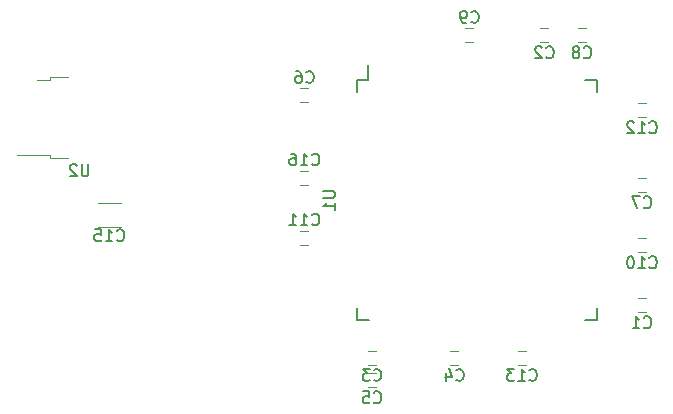
<source format=gbo>
G04 #@! TF.FileFunction,Legend,Bot*
%FSLAX46Y46*%
G04 Gerber Fmt 4.6, Leading zero omitted, Abs format (unit mm)*
G04 Created by KiCad (PCBNEW 4.0.6) date 06/24/17 11:35:38*
%MOMM*%
%LPD*%
G01*
G04 APERTURE LIST*
%ADD10C,0.100000*%
%ADD11C,0.120000*%
%ADD12C,0.150000*%
G04 APERTURE END LIST*
D10*
D11*
X67595000Y20990000D02*
X68295000Y20990000D01*
X68295000Y22190000D02*
X67595000Y22190000D01*
X59340000Y43850000D02*
X60040000Y43850000D01*
X60040000Y45050000D02*
X59340000Y45050000D01*
X44735000Y16545000D02*
X45435000Y16545000D01*
X45435000Y17745000D02*
X44735000Y17745000D01*
X51720000Y16545000D02*
X52420000Y16545000D01*
X52420000Y17745000D02*
X51720000Y17745000D01*
X44735000Y14640000D02*
X45435000Y14640000D01*
X45435000Y15840000D02*
X44735000Y15840000D01*
X39720000Y39970000D02*
X39020000Y39970000D01*
X39020000Y38770000D02*
X39720000Y38770000D01*
X67595000Y31150000D02*
X68295000Y31150000D01*
X68295000Y32350000D02*
X67595000Y32350000D01*
X62515000Y43850000D02*
X63215000Y43850000D01*
X63215000Y45050000D02*
X62515000Y45050000D01*
X53690000Y45050000D02*
X52990000Y45050000D01*
X52990000Y43850000D02*
X53690000Y43850000D01*
X67595000Y26070000D02*
X68295000Y26070000D01*
X68295000Y27270000D02*
X67595000Y27270000D01*
X39720000Y27905000D02*
X39020000Y27905000D01*
X39020000Y26705000D02*
X39720000Y26705000D01*
X67595000Y37500000D02*
X68295000Y37500000D01*
X68295000Y38700000D02*
X67595000Y38700000D01*
X57435000Y16545000D02*
X58135000Y16545000D01*
X58135000Y17745000D02*
X57435000Y17745000D01*
X23860000Y28190000D02*
X21860000Y28190000D01*
X21860000Y30230000D02*
X23860000Y30230000D01*
X39720000Y32985000D02*
X39020000Y32985000D01*
X39020000Y31785000D02*
X39720000Y31785000D01*
X19350000Y34015000D02*
X17850000Y34015000D01*
X17850000Y34015000D02*
X17850000Y34285000D01*
X17850000Y34285000D02*
X15020000Y34285000D01*
X19350000Y40915000D02*
X17850000Y40915000D01*
X17850000Y40915000D02*
X17850000Y40645000D01*
X17850000Y40645000D02*
X16750000Y40645000D01*
D12*
X43800000Y40655000D02*
X44775000Y40655000D01*
X43800000Y20305000D02*
X44850000Y20305000D01*
X64150000Y20305000D02*
X63100000Y20305000D01*
X64150000Y40655000D02*
X63100000Y40655000D01*
X43800000Y40655000D02*
X43800000Y39605000D01*
X64150000Y40655000D02*
X64150000Y39605000D01*
X64150000Y20305000D02*
X64150000Y21355000D01*
X43800000Y20305000D02*
X43800000Y21355000D01*
X44775000Y40655000D02*
X44775000Y41955000D01*
X68111666Y19732857D02*
X68159285Y19685238D01*
X68302142Y19637619D01*
X68397380Y19637619D01*
X68540238Y19685238D01*
X68635476Y19780476D01*
X68683095Y19875714D01*
X68730714Y20066190D01*
X68730714Y20209048D01*
X68683095Y20399524D01*
X68635476Y20494762D01*
X68540238Y20590000D01*
X68397380Y20637619D01*
X68302142Y20637619D01*
X68159285Y20590000D01*
X68111666Y20542381D01*
X67159285Y19637619D02*
X67730714Y19637619D01*
X67445000Y19637619D02*
X67445000Y20637619D01*
X67540238Y20494762D01*
X67635476Y20399524D01*
X67730714Y20351905D01*
X59856666Y42592857D02*
X59904285Y42545238D01*
X60047142Y42497619D01*
X60142380Y42497619D01*
X60285238Y42545238D01*
X60380476Y42640476D01*
X60428095Y42735714D01*
X60475714Y42926190D01*
X60475714Y43069048D01*
X60428095Y43259524D01*
X60380476Y43354762D01*
X60285238Y43450000D01*
X60142380Y43497619D01*
X60047142Y43497619D01*
X59904285Y43450000D01*
X59856666Y43402381D01*
X59475714Y43402381D02*
X59428095Y43450000D01*
X59332857Y43497619D01*
X59094761Y43497619D01*
X58999523Y43450000D01*
X58951904Y43402381D01*
X58904285Y43307143D01*
X58904285Y43211905D01*
X58951904Y43069048D01*
X59523333Y42497619D01*
X58904285Y42497619D01*
X45251666Y15287857D02*
X45299285Y15240238D01*
X45442142Y15192619D01*
X45537380Y15192619D01*
X45680238Y15240238D01*
X45775476Y15335476D01*
X45823095Y15430714D01*
X45870714Y15621190D01*
X45870714Y15764048D01*
X45823095Y15954524D01*
X45775476Y16049762D01*
X45680238Y16145000D01*
X45537380Y16192619D01*
X45442142Y16192619D01*
X45299285Y16145000D01*
X45251666Y16097381D01*
X44918333Y16192619D02*
X44299285Y16192619D01*
X44632619Y15811667D01*
X44489761Y15811667D01*
X44394523Y15764048D01*
X44346904Y15716429D01*
X44299285Y15621190D01*
X44299285Y15383095D01*
X44346904Y15287857D01*
X44394523Y15240238D01*
X44489761Y15192619D01*
X44775476Y15192619D01*
X44870714Y15240238D01*
X44918333Y15287857D01*
X52236666Y15287857D02*
X52284285Y15240238D01*
X52427142Y15192619D01*
X52522380Y15192619D01*
X52665238Y15240238D01*
X52760476Y15335476D01*
X52808095Y15430714D01*
X52855714Y15621190D01*
X52855714Y15764048D01*
X52808095Y15954524D01*
X52760476Y16049762D01*
X52665238Y16145000D01*
X52522380Y16192619D01*
X52427142Y16192619D01*
X52284285Y16145000D01*
X52236666Y16097381D01*
X51379523Y15859286D02*
X51379523Y15192619D01*
X51617619Y16240238D02*
X51855714Y15525952D01*
X51236666Y15525952D01*
X45251666Y13382857D02*
X45299285Y13335238D01*
X45442142Y13287619D01*
X45537380Y13287619D01*
X45680238Y13335238D01*
X45775476Y13430476D01*
X45823095Y13525714D01*
X45870714Y13716190D01*
X45870714Y13859048D01*
X45823095Y14049524D01*
X45775476Y14144762D01*
X45680238Y14240000D01*
X45537380Y14287619D01*
X45442142Y14287619D01*
X45299285Y14240000D01*
X45251666Y14192381D01*
X44346904Y14287619D02*
X44823095Y14287619D01*
X44870714Y13811429D01*
X44823095Y13859048D01*
X44727857Y13906667D01*
X44489761Y13906667D01*
X44394523Y13859048D01*
X44346904Y13811429D01*
X44299285Y13716190D01*
X44299285Y13478095D01*
X44346904Y13382857D01*
X44394523Y13335238D01*
X44489761Y13287619D01*
X44727857Y13287619D01*
X44823095Y13335238D01*
X44870714Y13382857D01*
X39536666Y40512857D02*
X39584285Y40465238D01*
X39727142Y40417619D01*
X39822380Y40417619D01*
X39965238Y40465238D01*
X40060476Y40560476D01*
X40108095Y40655714D01*
X40155714Y40846190D01*
X40155714Y40989048D01*
X40108095Y41179524D01*
X40060476Y41274762D01*
X39965238Y41370000D01*
X39822380Y41417619D01*
X39727142Y41417619D01*
X39584285Y41370000D01*
X39536666Y41322381D01*
X38679523Y41417619D02*
X38870000Y41417619D01*
X38965238Y41370000D01*
X39012857Y41322381D01*
X39108095Y41179524D01*
X39155714Y40989048D01*
X39155714Y40608095D01*
X39108095Y40512857D01*
X39060476Y40465238D01*
X38965238Y40417619D01*
X38774761Y40417619D01*
X38679523Y40465238D01*
X38631904Y40512857D01*
X38584285Y40608095D01*
X38584285Y40846190D01*
X38631904Y40941429D01*
X38679523Y40989048D01*
X38774761Y41036667D01*
X38965238Y41036667D01*
X39060476Y40989048D01*
X39108095Y40941429D01*
X39155714Y40846190D01*
X68111666Y29892857D02*
X68159285Y29845238D01*
X68302142Y29797619D01*
X68397380Y29797619D01*
X68540238Y29845238D01*
X68635476Y29940476D01*
X68683095Y30035714D01*
X68730714Y30226190D01*
X68730714Y30369048D01*
X68683095Y30559524D01*
X68635476Y30654762D01*
X68540238Y30750000D01*
X68397380Y30797619D01*
X68302142Y30797619D01*
X68159285Y30750000D01*
X68111666Y30702381D01*
X67778333Y30797619D02*
X67111666Y30797619D01*
X67540238Y29797619D01*
X63031666Y42592857D02*
X63079285Y42545238D01*
X63222142Y42497619D01*
X63317380Y42497619D01*
X63460238Y42545238D01*
X63555476Y42640476D01*
X63603095Y42735714D01*
X63650714Y42926190D01*
X63650714Y43069048D01*
X63603095Y43259524D01*
X63555476Y43354762D01*
X63460238Y43450000D01*
X63317380Y43497619D01*
X63222142Y43497619D01*
X63079285Y43450000D01*
X63031666Y43402381D01*
X62460238Y43069048D02*
X62555476Y43116667D01*
X62603095Y43164286D01*
X62650714Y43259524D01*
X62650714Y43307143D01*
X62603095Y43402381D01*
X62555476Y43450000D01*
X62460238Y43497619D01*
X62269761Y43497619D01*
X62174523Y43450000D01*
X62126904Y43402381D01*
X62079285Y43307143D01*
X62079285Y43259524D01*
X62126904Y43164286D01*
X62174523Y43116667D01*
X62269761Y43069048D01*
X62460238Y43069048D01*
X62555476Y43021429D01*
X62603095Y42973810D01*
X62650714Y42878571D01*
X62650714Y42688095D01*
X62603095Y42592857D01*
X62555476Y42545238D01*
X62460238Y42497619D01*
X62269761Y42497619D01*
X62174523Y42545238D01*
X62126904Y42592857D01*
X62079285Y42688095D01*
X62079285Y42878571D01*
X62126904Y42973810D01*
X62174523Y43021429D01*
X62269761Y43069048D01*
X53506666Y45592857D02*
X53554285Y45545238D01*
X53697142Y45497619D01*
X53792380Y45497619D01*
X53935238Y45545238D01*
X54030476Y45640476D01*
X54078095Y45735714D01*
X54125714Y45926190D01*
X54125714Y46069048D01*
X54078095Y46259524D01*
X54030476Y46354762D01*
X53935238Y46450000D01*
X53792380Y46497619D01*
X53697142Y46497619D01*
X53554285Y46450000D01*
X53506666Y46402381D01*
X53030476Y45497619D02*
X52840000Y45497619D01*
X52744761Y45545238D01*
X52697142Y45592857D01*
X52601904Y45735714D01*
X52554285Y45926190D01*
X52554285Y46307143D01*
X52601904Y46402381D01*
X52649523Y46450000D01*
X52744761Y46497619D01*
X52935238Y46497619D01*
X53030476Y46450000D01*
X53078095Y46402381D01*
X53125714Y46307143D01*
X53125714Y46069048D01*
X53078095Y45973810D01*
X53030476Y45926190D01*
X52935238Y45878571D01*
X52744761Y45878571D01*
X52649523Y45926190D01*
X52601904Y45973810D01*
X52554285Y46069048D01*
X68587857Y24812857D02*
X68635476Y24765238D01*
X68778333Y24717619D01*
X68873571Y24717619D01*
X69016429Y24765238D01*
X69111667Y24860476D01*
X69159286Y24955714D01*
X69206905Y25146190D01*
X69206905Y25289048D01*
X69159286Y25479524D01*
X69111667Y25574762D01*
X69016429Y25670000D01*
X68873571Y25717619D01*
X68778333Y25717619D01*
X68635476Y25670000D01*
X68587857Y25622381D01*
X67635476Y24717619D02*
X68206905Y24717619D01*
X67921191Y24717619D02*
X67921191Y25717619D01*
X68016429Y25574762D01*
X68111667Y25479524D01*
X68206905Y25431905D01*
X67016429Y25717619D02*
X66921190Y25717619D01*
X66825952Y25670000D01*
X66778333Y25622381D01*
X66730714Y25527143D01*
X66683095Y25336667D01*
X66683095Y25098571D01*
X66730714Y24908095D01*
X66778333Y24812857D01*
X66825952Y24765238D01*
X66921190Y24717619D01*
X67016429Y24717619D01*
X67111667Y24765238D01*
X67159286Y24812857D01*
X67206905Y24908095D01*
X67254524Y25098571D01*
X67254524Y25336667D01*
X67206905Y25527143D01*
X67159286Y25622381D01*
X67111667Y25670000D01*
X67016429Y25717619D01*
X40012857Y28447857D02*
X40060476Y28400238D01*
X40203333Y28352619D01*
X40298571Y28352619D01*
X40441429Y28400238D01*
X40536667Y28495476D01*
X40584286Y28590714D01*
X40631905Y28781190D01*
X40631905Y28924048D01*
X40584286Y29114524D01*
X40536667Y29209762D01*
X40441429Y29305000D01*
X40298571Y29352619D01*
X40203333Y29352619D01*
X40060476Y29305000D01*
X40012857Y29257381D01*
X39060476Y28352619D02*
X39631905Y28352619D01*
X39346191Y28352619D02*
X39346191Y29352619D01*
X39441429Y29209762D01*
X39536667Y29114524D01*
X39631905Y29066905D01*
X38108095Y28352619D02*
X38679524Y28352619D01*
X38393810Y28352619D02*
X38393810Y29352619D01*
X38489048Y29209762D01*
X38584286Y29114524D01*
X38679524Y29066905D01*
X68587857Y36242857D02*
X68635476Y36195238D01*
X68778333Y36147619D01*
X68873571Y36147619D01*
X69016429Y36195238D01*
X69111667Y36290476D01*
X69159286Y36385714D01*
X69206905Y36576190D01*
X69206905Y36719048D01*
X69159286Y36909524D01*
X69111667Y37004762D01*
X69016429Y37100000D01*
X68873571Y37147619D01*
X68778333Y37147619D01*
X68635476Y37100000D01*
X68587857Y37052381D01*
X67635476Y36147619D02*
X68206905Y36147619D01*
X67921191Y36147619D02*
X67921191Y37147619D01*
X68016429Y37004762D01*
X68111667Y36909524D01*
X68206905Y36861905D01*
X67254524Y37052381D02*
X67206905Y37100000D01*
X67111667Y37147619D01*
X66873571Y37147619D01*
X66778333Y37100000D01*
X66730714Y37052381D01*
X66683095Y36957143D01*
X66683095Y36861905D01*
X66730714Y36719048D01*
X67302143Y36147619D01*
X66683095Y36147619D01*
X58427857Y15287857D02*
X58475476Y15240238D01*
X58618333Y15192619D01*
X58713571Y15192619D01*
X58856429Y15240238D01*
X58951667Y15335476D01*
X58999286Y15430714D01*
X59046905Y15621190D01*
X59046905Y15764048D01*
X58999286Y15954524D01*
X58951667Y16049762D01*
X58856429Y16145000D01*
X58713571Y16192619D01*
X58618333Y16192619D01*
X58475476Y16145000D01*
X58427857Y16097381D01*
X57475476Y15192619D02*
X58046905Y15192619D01*
X57761191Y15192619D02*
X57761191Y16192619D01*
X57856429Y16049762D01*
X57951667Y15954524D01*
X58046905Y15906905D01*
X57142143Y16192619D02*
X56523095Y16192619D01*
X56856429Y15811667D01*
X56713571Y15811667D01*
X56618333Y15764048D01*
X56570714Y15716429D01*
X56523095Y15621190D01*
X56523095Y15383095D01*
X56570714Y15287857D01*
X56618333Y15240238D01*
X56713571Y15192619D01*
X56999286Y15192619D01*
X57094524Y15240238D01*
X57142143Y15287857D01*
X23502857Y27102857D02*
X23550476Y27055238D01*
X23693333Y27007619D01*
X23788571Y27007619D01*
X23931429Y27055238D01*
X24026667Y27150476D01*
X24074286Y27245714D01*
X24121905Y27436190D01*
X24121905Y27579048D01*
X24074286Y27769524D01*
X24026667Y27864762D01*
X23931429Y27960000D01*
X23788571Y28007619D01*
X23693333Y28007619D01*
X23550476Y27960000D01*
X23502857Y27912381D01*
X22550476Y27007619D02*
X23121905Y27007619D01*
X22836191Y27007619D02*
X22836191Y28007619D01*
X22931429Y27864762D01*
X23026667Y27769524D01*
X23121905Y27721905D01*
X21645714Y28007619D02*
X22121905Y28007619D01*
X22169524Y27531429D01*
X22121905Y27579048D01*
X22026667Y27626667D01*
X21788571Y27626667D01*
X21693333Y27579048D01*
X21645714Y27531429D01*
X21598095Y27436190D01*
X21598095Y27198095D01*
X21645714Y27102857D01*
X21693333Y27055238D01*
X21788571Y27007619D01*
X22026667Y27007619D01*
X22121905Y27055238D01*
X22169524Y27102857D01*
X40012857Y33527857D02*
X40060476Y33480238D01*
X40203333Y33432619D01*
X40298571Y33432619D01*
X40441429Y33480238D01*
X40536667Y33575476D01*
X40584286Y33670714D01*
X40631905Y33861190D01*
X40631905Y34004048D01*
X40584286Y34194524D01*
X40536667Y34289762D01*
X40441429Y34385000D01*
X40298571Y34432619D01*
X40203333Y34432619D01*
X40060476Y34385000D01*
X40012857Y34337381D01*
X39060476Y33432619D02*
X39631905Y33432619D01*
X39346191Y33432619D02*
X39346191Y34432619D01*
X39441429Y34289762D01*
X39536667Y34194524D01*
X39631905Y34146905D01*
X38203333Y34432619D02*
X38393810Y34432619D01*
X38489048Y34385000D01*
X38536667Y34337381D01*
X38631905Y34194524D01*
X38679524Y34004048D01*
X38679524Y33623095D01*
X38631905Y33527857D01*
X38584286Y33480238D01*
X38489048Y33432619D01*
X38298571Y33432619D01*
X38203333Y33480238D01*
X38155714Y33527857D01*
X38108095Y33623095D01*
X38108095Y33861190D01*
X38155714Y33956429D01*
X38203333Y34004048D01*
X38298571Y34051667D01*
X38489048Y34051667D01*
X38584286Y34004048D01*
X38631905Y33956429D01*
X38679524Y33861190D01*
X21081905Y33512619D02*
X21081905Y32703095D01*
X21034286Y32607857D01*
X20986667Y32560238D01*
X20891429Y32512619D01*
X20700952Y32512619D01*
X20605714Y32560238D01*
X20558095Y32607857D01*
X20510476Y32703095D01*
X20510476Y33512619D01*
X20081905Y33417381D02*
X20034286Y33465000D01*
X19939048Y33512619D01*
X19700952Y33512619D01*
X19605714Y33465000D01*
X19558095Y33417381D01*
X19510476Y33322143D01*
X19510476Y33226905D01*
X19558095Y33084048D01*
X20129524Y32512619D01*
X19510476Y32512619D01*
X40952381Y31241905D02*
X41761905Y31241905D01*
X41857143Y31194286D01*
X41904762Y31146667D01*
X41952381Y31051429D01*
X41952381Y30860952D01*
X41904762Y30765714D01*
X41857143Y30718095D01*
X41761905Y30670476D01*
X40952381Y30670476D01*
X41952381Y29670476D02*
X41952381Y30241905D01*
X41952381Y29956191D02*
X40952381Y29956191D01*
X41095238Y30051429D01*
X41190476Y30146667D01*
X41238095Y30241905D01*
M02*

</source>
